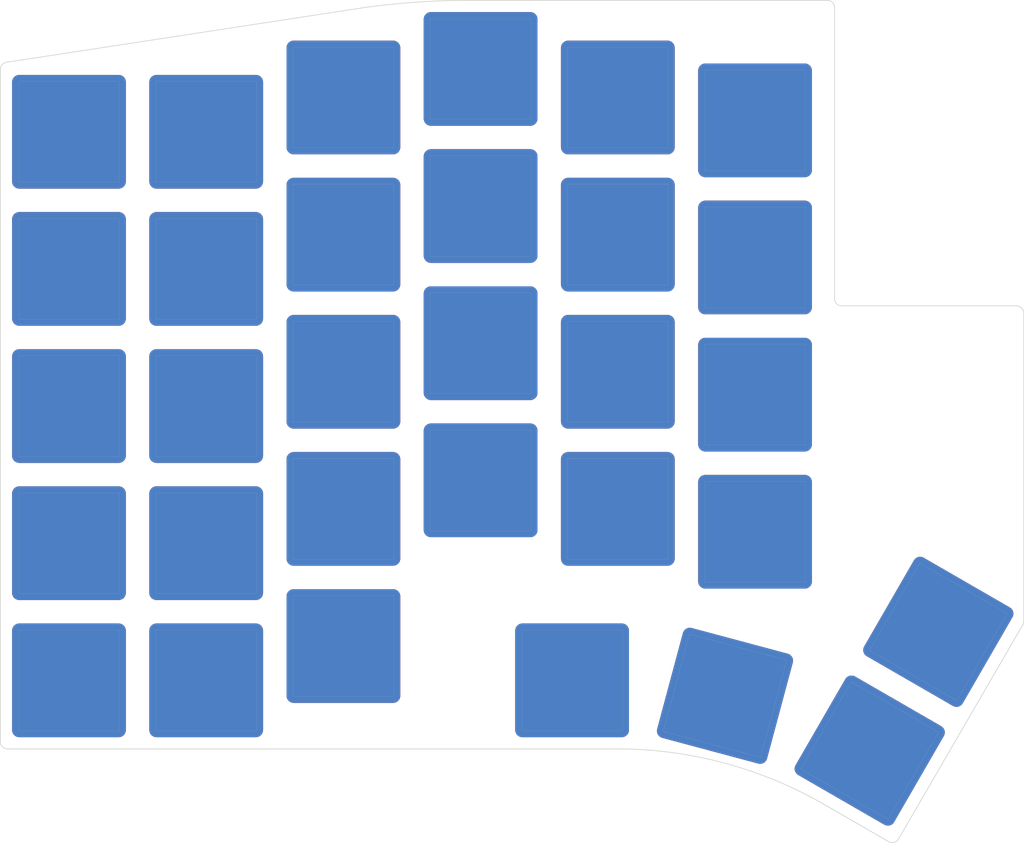
<source format=kicad_pcb>
(kicad_pcb (version 20171130) (host pcbnew "(5.1.6)-1")

  (general
    (thickness 1.6)
    (drawings 18)
    (tracks 0)
    (zones 0)
    (modules 36)
    (nets 1)
  )

  (page A3)
  (layers
    (0 F.Cu signal)
    (31 B.Cu signal)
    (32 B.Adhes user)
    (33 F.Adhes user)
    (34 B.Paste user)
    (35 F.Paste user)
    (36 B.SilkS user)
    (37 F.SilkS user)
    (38 B.Mask user)
    (39 F.Mask user)
    (40 Dwgs.User user)
    (41 Cmts.User user)
    (42 Eco1.User user)
    (43 Eco2.User user)
    (44 Edge.Cuts user)
    (45 Margin user)
    (46 B.CrtYd user)
    (47 F.CrtYd user)
    (48 B.Fab user)
    (49 F.Fab user)
  )

  (setup
    (last_trace_width 0.25)
    (user_trace_width 1)
    (user_trace_width 1.7526)
    (trace_clearance 0.2)
    (zone_clearance 0.508)
    (zone_45_only no)
    (trace_min 0.2)
    (via_size 0.7)
    (via_drill 0.35)
    (via_min_size 0.4)
    (via_min_drill 0.3)
    (uvia_size 0.3)
    (uvia_drill 0.1)
    (uvias_allowed no)
    (uvia_min_size 0.2)
    (uvia_min_drill 0.1)
    (edge_width 0.1)
    (segment_width 0.2)
    (pcb_text_width 0.3)
    (pcb_text_size 1.5 1.5)
    (mod_edge_width 0.12)
    (mod_text_size 1 1)
    (mod_text_width 0.15)
    (pad_size 2.4 2.4)
    (pad_drill 1.5)
    (pad_to_mask_clearance 0.051)
    (solder_mask_min_width 0.25)
    (aux_axis_origin 0 0)
    (visible_elements 7FFFF7FF)
    (pcbplotparams
      (layerselection 0x010fc_ffffffff)
      (usegerberextensions false)
      (usegerberattributes false)
      (usegerberadvancedattributes false)
      (creategerberjobfile false)
      (excludeedgelayer true)
      (linewidth 0.100000)
      (plotframeref false)
      (viasonmask false)
      (mode 1)
      (useauxorigin false)
      (hpglpennumber 1)
      (hpglpenspeed 20)
      (hpglpendiameter 15.000000)
      (psnegative false)
      (psa4output false)
      (plotreference true)
      (plotvalue true)
      (plotinvisibletext false)
      (padsonsilk false)
      (subtractmaskfromsilk false)
      (outputformat 1)
      (mirror false)
      (drillshape 0)
      (scaleselection 1)
      (outputdirectory "CantaloupeV1.2-Gerbers_Plate/"))
  )

  (net 0 "")

  (net_class Default "This is the default net class."
    (clearance 0.2)
    (trace_width 0.25)
    (via_dia 0.7)
    (via_drill 0.35)
    (uvia_dia 0.3)
    (uvia_drill 0.1)
  )

  (net_class Battery ""
    (clearance 0.2)
    (trace_width 1)
    (via_dia 0.7)
    (via_drill 0.35)
    (uvia_dia 0.3)
    (uvia_drill 0.1)
  )

  (net_class Power ""
    (clearance 0.2)
    (trace_width 0.5)
    (via_dia 0.7)
    (via_drill 0.35)
    (uvia_dia 0.3)
    (uvia_drill 0.1)
  )

  (module MountingHole:MountingHole_2.2mm_M2 (layer F.Cu) (tedit 56D1B4CB) (tstamp 5F79E978)
    (at 310.58125 121.5375)
    (descr "Mounting Hole 2.2mm, no annular, M2")
    (tags "mounting hole 2.2mm no annular m2")
    (attr virtual)
    (fp_text reference REF** (at 0 -3.2) (layer F.SilkS) hide
      (effects (font (size 1 1) (thickness 0.15)))
    )
    (fp_text value MountingHole_2.2mm_M2 (at 0 3.2) (layer F.Fab)
      (effects (font (size 1 1) (thickness 0.15)))
    )
    (fp_circle (center 0 0) (end 2.2 0) (layer Cmts.User) (width 0.15))
    (fp_circle (center 0 0) (end 2.45 0) (layer F.CrtYd) (width 0.05))
    (fp_text user %R (at 0.3 0) (layer F.Fab)
      (effects (font (size 1 1) (thickness 0.15)))
    )
    (pad 1 np_thru_hole circle (at 0 0) (size 2.2 2.2) (drill 2.2) (layers *.Cu *.Mask))
  )

  (module MountingHole:MountingHole_2.2mm_M2 (layer F.Cu) (tedit 56D1B4CB) (tstamp 5F79E978)
    (at 271.4625 112.7125)
    (descr "Mounting Hole 2.2mm, no annular, M2")
    (tags "mounting hole 2.2mm no annular m2")
    (attr virtual)
    (fp_text reference REF** (at 0 -3.2) (layer F.SilkS) hide
      (effects (font (size 1 1) (thickness 0.15)))
    )
    (fp_text value MountingHole_2.2mm_M2 (at 0 3.2) (layer F.Fab)
      (effects (font (size 1 1) (thickness 0.15)))
    )
    (fp_circle (center 0 0) (end 2.2 0) (layer Cmts.User) (width 0.15))
    (fp_circle (center 0 0) (end 2.45 0) (layer F.CrtYd) (width 0.05))
    (fp_text user %R (at 0.3 0) (layer F.Fab)
      (effects (font (size 1 1) (thickness 0.15)))
    )
    (pad 1 np_thru_hole circle (at 0 0) (size 2.2 2.2) (drill 2.2) (layers *.Cu *.Mask))
  )

  (module MountingHole:MountingHole_2.2mm_M2 (layer F.Cu) (tedit 56D1B4CB) (tstamp 5F79E978)
    (at 290.5125 57.15)
    (descr "Mounting Hole 2.2mm, no annular, M2")
    (tags "mounting hole 2.2mm no annular m2")
    (attr virtual)
    (fp_text reference REF** (at 0 -3.2) (layer F.SilkS) hide
      (effects (font (size 1 1) (thickness 0.15)))
    )
    (fp_text value MountingHole_2.2mm_M2 (at 0 3.2) (layer F.Fab)
      (effects (font (size 1 1) (thickness 0.15)))
    )
    (fp_circle (center 0 0) (end 2.2 0) (layer Cmts.User) (width 0.15))
    (fp_circle (center 0 0) (end 2.45 0) (layer F.CrtYd) (width 0.05))
    (fp_text user %R (at 0.3 0) (layer F.Fab)
      (effects (font (size 1 1) (thickness 0.15)))
    )
    (pad 1 np_thru_hole circle (at 0 0) (size 2.2 2.2) (drill 2.2) (layers *.Cu *.Mask))
  )

  (module MountingHole:MountingHole_2.2mm_M2 (layer F.Cu) (tedit 56D1B4CB) (tstamp 5F79E978)
    (at 214.3125 117.475)
    (descr "Mounting Hole 2.2mm, no annular, M2")
    (tags "mounting hole 2.2mm no annular m2")
    (attr virtual)
    (fp_text reference REF** (at 0 -3.2) (layer F.SilkS) hide
      (effects (font (size 1 1) (thickness 0.15)))
    )
    (fp_text value MountingHole_2.2mm_M2 (at 0 3.2) (layer F.Fab)
      (effects (font (size 1 1) (thickness 0.15)))
    )
    (fp_circle (center 0 0) (end 2.2 0) (layer Cmts.User) (width 0.15))
    (fp_circle (center 0 0) (end 2.45 0) (layer F.CrtYd) (width 0.05))
    (fp_text user %R (at 0.3 0) (layer F.Fab)
      (effects (font (size 1 1) (thickness 0.15)))
    )
    (pad 1 np_thru_hole circle (at 0 0) (size 2.2 2.2) (drill 2.2) (layers *.Cu *.Mask))
  )

  (module MountingHole:MountingHole_2.2mm_M2 (layer F.Cu) (tedit 56D1B4CB) (tstamp 5F79E978)
    (at 214.3125 60.325)
    (descr "Mounting Hole 2.2mm, no annular, M2")
    (tags "mounting hole 2.2mm no annular m2")
    (attr virtual)
    (fp_text reference REF** (at 0 -3.2) (layer F.SilkS) hide
      (effects (font (size 1 1) (thickness 0.15)))
    )
    (fp_text value MountingHole_2.2mm_M2 (at 0 3.2) (layer F.Fab)
      (effects (font (size 1 1) (thickness 0.15)))
    )
    (fp_circle (center 0 0) (end 2.2 0) (layer Cmts.User) (width 0.15))
    (fp_circle (center 0 0) (end 2.45 0) (layer F.CrtYd) (width 0.05))
    (fp_text user %R (at 0.3 0) (layer F.Fab)
      (effects (font (size 1 1) (thickness 0.15)))
    )
    (pad 1 np_thru_hole circle (at 0 0) (size 2.2 2.2) (drill 2.2) (layers *.Cu *.Mask))
  )

  (module Cantaloupe:MX_Cutout_Tight (layer F.Cu) (tedit 5F8DCA94) (tstamp 5F7DBD79)
    (at 315.95625 136.762498 330)
    (path /60697F9C)
    (fp_text reference SW31 (at 7.1 8.2 150) (layer F.SilkS) hide
      (effects (font (size 1 1) (thickness 0.15)))
    )
    (fp_text value MX (at -4.8 8.3 150) (layer F.Fab) hide
      (effects (font (size 1 1) (thickness 0.15)))
    )
    (fp_line (start -7 7) (end 7 7) (layer Edge.Cuts) (width 0.01))
    (fp_line (start 7 -7) (end 7 7) (layer Edge.Cuts) (width 0.01))
    (fp_line (start -7 -7) (end 7 -7) (layer Edge.Cuts) (width 0.01))
    (fp_line (start -7 7) (end -7 -7) (layer Edge.Cuts) (width 0.01))
    (pad "" smd roundrect (at 0 0 150) (size 15.8 15.8) (layers F.Cu F.Mask) (roundrect_rratio 0.063))
    (pad "" smd roundrect (at 0 0 150) (size 15.8 15.8) (layers B.Cu B.Mask) (roundrect_rratio 0.063))
  )

  (module Cantaloupe:MX_Cutout_Tight (layer F.Cu) (tedit 5F8DCA94) (tstamp 5F7DBECF)
    (at 295.863387 129.149253 345)
    (path /5F790CA0)
    (fp_text reference SW29 (at 7.1 8.2 165) (layer F.SilkS) hide
      (effects (font (size 1 1) (thickness 0.15)))
    )
    (fp_text value MX (at -4.8 8.3 165) (layer F.Fab) hide
      (effects (font (size 1 1) (thickness 0.15)))
    )
    (fp_line (start -7 7) (end 7 7) (layer Edge.Cuts) (width 0.01))
    (fp_line (start 7 -7) (end 7 7) (layer Edge.Cuts) (width 0.01))
    (fp_line (start -7 -7) (end 7 -7) (layer Edge.Cuts) (width 0.01))
    (fp_line (start -7 7) (end -7 -7) (layer Edge.Cuts) (width 0.01))
    (pad "" smd roundrect (at 0 0 165) (size 15.8 15.8) (layers F.Cu F.Mask) (roundrect_rratio 0.063))
    (pad "" smd roundrect (at 0 0 165) (size 15.8 15.8) (layers B.Cu B.Mask) (roundrect_rratio 0.063))
  )

  (module Cantaloupe:MX_Cutout_Tight (layer F.Cu) (tedit 5F8DCA94) (tstamp 5F7630AF)
    (at 300.0375 106.3625)
    (path /5F790C93)
    (fp_text reference SW28 (at 7.1 8.2) (layer F.SilkS) hide
      (effects (font (size 1 1) (thickness 0.15)))
    )
    (fp_text value MX (at -4.8 8.3) (layer F.Fab) hide
      (effects (font (size 1 1) (thickness 0.15)))
    )
    (fp_line (start -7 7) (end 7 7) (layer Edge.Cuts) (width 0.01))
    (fp_line (start 7 -7) (end 7 7) (layer Edge.Cuts) (width 0.01))
    (fp_line (start -7 -7) (end 7 -7) (layer Edge.Cuts) (width 0.01))
    (fp_line (start -7 7) (end -7 -7) (layer Edge.Cuts) (width 0.01))
    (pad "" smd roundrect (at 0 0 180) (size 15.8 15.8) (layers F.Cu F.Mask) (roundrect_rratio 0.063))
    (pad "" smd roundrect (at 0 0 180) (size 15.8 15.8) (layers B.Cu B.Mask) (roundrect_rratio 0.063))
  )

  (module Cantaloupe:MX_Cutout_Tight (layer F.Cu) (tedit 5F8DCA94) (tstamp 5F762D17)
    (at 242.8875 46.037501)
    (path /5F708705)
    (fp_text reference SW11 (at 7.1 8.2) (layer F.SilkS) hide
      (effects (font (size 1 1) (thickness 0.15)))
    )
    (fp_text value MX (at -4.8 8.3) (layer F.Fab) hide
      (effects (font (size 1 1) (thickness 0.15)))
    )
    (fp_line (start -7 7) (end 7 7) (layer Edge.Cuts) (width 0.01))
    (fp_line (start 7 -7) (end 7 7) (layer Edge.Cuts) (width 0.01))
    (fp_line (start -7 -7) (end 7 -7) (layer Edge.Cuts) (width 0.01))
    (fp_line (start -7 7) (end -7 -7) (layer Edge.Cuts) (width 0.01))
    (pad "" smd roundrect (at 0 0 180) (size 15.8 15.8) (layers F.Cu F.Mask) (roundrect_rratio 0.063))
    (pad "" smd roundrect (at 0 0 180) (size 15.8 15.8) (layers B.Cu B.Mask) (roundrect_rratio 0.063))
  )

  (module Cantaloupe:MX_Cutout_Tight (layer F.Cu) (tedit 5F8DCA94) (tstamp 5F762DCF)
    (at 242.887501 122.2375)
    (path /5F70873A)
    (fp_text reference SW15 (at 7.1 8.2) (layer F.SilkS) hide
      (effects (font (size 1 1) (thickness 0.15)))
    )
    (fp_text value MX (at -4.8 8.3) (layer F.Fab) hide
      (effects (font (size 1 1) (thickness 0.15)))
    )
    (fp_line (start -7 7) (end 7 7) (layer Edge.Cuts) (width 0.01))
    (fp_line (start 7 -7) (end 7 7) (layer Edge.Cuts) (width 0.01))
    (fp_line (start -7 -7) (end 7 -7) (layer Edge.Cuts) (width 0.01))
    (fp_line (start -7 7) (end -7 -7) (layer Edge.Cuts) (width 0.01))
    (pad "" smd roundrect (at 0 0 180) (size 15.8 15.8) (layers F.Cu F.Mask) (roundrect_rratio 0.063))
    (pad "" smd roundrect (at 0 0 180) (size 15.8 15.8) (layers B.Cu B.Mask) (roundrect_rratio 0.063))
  )

  (module Cantaloupe:MX_Cutout_Tight (layer F.Cu) (tedit 5F8DCA94) (tstamp 5F7DC04C)
    (at 325.48125 120.264709 330)
    (path /5F8A9153)
    (fp_text reference SW30 (at 7.1 8.2 150) (layer F.SilkS) hide
      (effects (font (size 1 1) (thickness 0.15)))
    )
    (fp_text value MX (at -4.8 8.3 150) (layer F.Fab) hide
      (effects (font (size 1 1) (thickness 0.15)))
    )
    (fp_line (start -7 7) (end 7 7) (layer Edge.Cuts) (width 0.01))
    (fp_line (start 7 -7) (end 7 7) (layer Edge.Cuts) (width 0.01))
    (fp_line (start -7 -7) (end 7 -7) (layer Edge.Cuts) (width 0.01))
    (fp_line (start -7 7) (end -7 -7) (layer Edge.Cuts) (width 0.01))
    (pad "" smd roundrect (at 0 0 150) (size 15.8 15.8) (layers F.Cu F.Mask) (roundrect_rratio 0.063))
    (pad "" smd roundrect (at 0 0 150) (size 15.8 15.8) (layers B.Cu B.Mask) (roundrect_rratio 0.063))
  )

  (module Cantaloupe:MX_Cutout_Tight (layer F.Cu) (tedit 5F8DCA94) (tstamp 5F762F9B)
    (at 280.9875 103.187499)
    (path /5F76C365)
    (fp_text reference SW23 (at 7.1 8.2) (layer F.SilkS) hide
      (effects (font (size 1 1) (thickness 0.15)))
    )
    (fp_text value MX (at -4.8 8.3) (layer F.Fab) hide
      (effects (font (size 1 1) (thickness 0.15)))
    )
    (fp_line (start -7 7) (end 7 7) (layer Edge.Cuts) (width 0.01))
    (fp_line (start 7 -7) (end 7 7) (layer Edge.Cuts) (width 0.01))
    (fp_line (start -7 -7) (end 7 -7) (layer Edge.Cuts) (width 0.01))
    (fp_line (start -7 7) (end -7 -7) (layer Edge.Cuts) (width 0.01))
    (pad "" smd roundrect (at 0 0 180) (size 15.8 15.8) (layers F.Cu F.Mask) (roundrect_rratio 0.063))
    (pad "" smd roundrect (at 0 0 180) (size 15.8 15.8) (layers B.Cu B.Mask) (roundrect_rratio 0.063))
  )

  (module Cantaloupe:MX_Cutout_Tight (layer F.Cu) (tedit 5F8DCA94) (tstamp 5F763081)
    (at 300.037498 87.3125)
    (path /5F790C86)
    (fp_text reference SW27 (at 7.1 8.2) (layer F.SilkS) hide
      (effects (font (size 1 1) (thickness 0.15)))
    )
    (fp_text value MX (at -4.8 8.3) (layer F.Fab) hide
      (effects (font (size 1 1) (thickness 0.15)))
    )
    (fp_line (start -7 7) (end 7 7) (layer Edge.Cuts) (width 0.01))
    (fp_line (start 7 -7) (end 7 7) (layer Edge.Cuts) (width 0.01))
    (fp_line (start -7 -7) (end 7 -7) (layer Edge.Cuts) (width 0.01))
    (fp_line (start -7 7) (end -7 -7) (layer Edge.Cuts) (width 0.01))
    (pad "" smd roundrect (at 0 0 180) (size 15.8 15.8) (layers F.Cu F.Mask) (roundrect_rratio 0.063))
    (pad "" smd roundrect (at 0 0 180) (size 15.8 15.8) (layers B.Cu B.Mask) (roundrect_rratio 0.063))
  )

  (module Cantaloupe:MX_Cutout_Tight (layer F.Cu) (tedit 5F8DCA94) (tstamp 5F763053)
    (at 300.0375 68.262501)
    (path /5F790C79)
    (fp_text reference SW26 (at 7.1 8.2) (layer F.SilkS) hide
      (effects (font (size 1 1) (thickness 0.15)))
    )
    (fp_text value MX (at -4.8 8.3) (layer F.Fab) hide
      (effects (font (size 1 1) (thickness 0.15)))
    )
    (fp_line (start -7 7) (end 7 7) (layer Edge.Cuts) (width 0.01))
    (fp_line (start 7 -7) (end 7 7) (layer Edge.Cuts) (width 0.01))
    (fp_line (start -7 -7) (end 7 -7) (layer Edge.Cuts) (width 0.01))
    (fp_line (start -7 7) (end -7 -7) (layer Edge.Cuts) (width 0.01))
    (pad "" smd roundrect (at 0 0 180) (size 15.8 15.8) (layers F.Cu F.Mask) (roundrect_rratio 0.063))
    (pad "" smd roundrect (at 0 0 180) (size 15.8 15.8) (layers B.Cu B.Mask) (roundrect_rratio 0.063))
  )

  (module Cantaloupe:MX_Cutout_Tight (layer F.Cu) (tedit 5F8DCA94) (tstamp 5F762F6D)
    (at 280.9875 84.137499)
    (path /5F76C358)
    (fp_text reference SW22 (at 7.1 8.2) (layer F.SilkS) hide
      (effects (font (size 1 1) (thickness 0.15)))
    )
    (fp_text value MX (at -4.8 8.3) (layer F.Fab) hide
      (effects (font (size 1 1) (thickness 0.15)))
    )
    (fp_line (start -7 7) (end 7 7) (layer Edge.Cuts) (width 0.01))
    (fp_line (start 7 -7) (end 7 7) (layer Edge.Cuts) (width 0.01))
    (fp_line (start -7 -7) (end 7 -7) (layer Edge.Cuts) (width 0.01))
    (fp_line (start -7 7) (end -7 -7) (layer Edge.Cuts) (width 0.01))
    (pad "" smd roundrect (at 0 0 180) (size 15.8 15.8) (layers F.Cu F.Mask) (roundrect_rratio 0.063))
    (pad "" smd roundrect (at 0 0 180) (size 15.8 15.8) (layers B.Cu B.Mask) (roundrect_rratio 0.063))
  )

  (module Cantaloupe:MX_Cutout_Tight (layer F.Cu) (tedit 5F8DCA94) (tstamp 5F7C4DB7)
    (at 204.7875 50.8)
    (path /5E7F9F5F)
    (fp_text reference SW1 (at 7.1 8.2) (layer F.SilkS) hide
      (effects (font (size 1 1) (thickness 0.15)))
    )
    (fp_text value MX (at -4.8 8.3) (layer F.Fab) hide
      (effects (font (size 1 1) (thickness 0.15)))
    )
    (fp_line (start -7 7) (end 7 7) (layer Edge.Cuts) (width 0.01))
    (fp_line (start 7 -7) (end 7 7) (layer Edge.Cuts) (width 0.01))
    (fp_line (start -7 -7) (end 7 -7) (layer Edge.Cuts) (width 0.01))
    (fp_line (start -7 7) (end -7 -7) (layer Edge.Cuts) (width 0.01))
    (pad "" smd roundrect (at 0 0 180) (size 15.8 15.8) (layers F.Cu F.Mask) (roundrect_rratio 0.063))
    (pad "" smd roundrect (at 0 0 180) (size 15.8 15.8) (layers B.Cu B.Mask) (roundrect_rratio 0.063))
  )

  (module Cantaloupe:MX_Cutout_Tight (layer F.Cu) (tedit 5F8DCA94) (tstamp 5F763025)
    (at 300.037501 49.2125)
    (path /5F790C6B)
    (fp_text reference SW25 (at 7.1 8.2) (layer F.SilkS) hide
      (effects (font (size 1 1) (thickness 0.15)))
    )
    (fp_text value MX (at -4.8 8.3) (layer F.Fab) hide
      (effects (font (size 1 1) (thickness 0.15)))
    )
    (fp_line (start -7 7) (end 7 7) (layer Edge.Cuts) (width 0.01))
    (fp_line (start 7 -7) (end 7 7) (layer Edge.Cuts) (width 0.01))
    (fp_line (start -7 -7) (end 7 -7) (layer Edge.Cuts) (width 0.01))
    (fp_line (start -7 7) (end -7 -7) (layer Edge.Cuts) (width 0.01))
    (pad "" smd roundrect (at 0 0 180) (size 15.8 15.8) (layers F.Cu F.Mask) (roundrect_rratio 0.063))
    (pad "" smd roundrect (at 0 0 180) (size 15.8 15.8) (layers B.Cu B.Mask) (roundrect_rratio 0.063))
  )

  (module Cantaloupe:MX_Cutout_Tight (layer F.Cu) (tedit 5F8DCA94) (tstamp 5F762F3F)
    (at 280.987499 65.0875)
    (path /5F76C34B)
    (fp_text reference SW21 (at 7.1 8.2) (layer F.SilkS) hide
      (effects (font (size 1 1) (thickness 0.15)))
    )
    (fp_text value MX (at -4.8 8.3) (layer F.Fab) hide
      (effects (font (size 1 1) (thickness 0.15)))
    )
    (fp_line (start -7 7) (end 7 7) (layer Edge.Cuts) (width 0.01))
    (fp_line (start 7 -7) (end 7 7) (layer Edge.Cuts) (width 0.01))
    (fp_line (start -7 -7) (end 7 -7) (layer Edge.Cuts) (width 0.01))
    (fp_line (start -7 7) (end -7 -7) (layer Edge.Cuts) (width 0.01))
    (pad "" smd roundrect (at 0 0 180) (size 15.8 15.8) (layers F.Cu F.Mask) (roundrect_rratio 0.063))
    (pad "" smd roundrect (at 0 0 180) (size 15.8 15.8) (layers B.Cu B.Mask) (roundrect_rratio 0.063))
  )

  (module Cantaloupe:MX_Cutout_Tight (layer F.Cu) (tedit 5F8DCA94) (tstamp 5F762F11)
    (at 280.987499 46.0375)
    (path /5F76C33D)
    (fp_text reference SW20 (at 7.1 8.2) (layer F.SilkS) hide
      (effects (font (size 1 1) (thickness 0.15)))
    )
    (fp_text value MX (at -4.8 8.3) (layer F.Fab) hide
      (effects (font (size 1 1) (thickness 0.15)))
    )
    (fp_line (start -7 7) (end 7 7) (layer Edge.Cuts) (width 0.01))
    (fp_line (start 7 -7) (end 7 7) (layer Edge.Cuts) (width 0.01))
    (fp_line (start -7 -7) (end 7 -7) (layer Edge.Cuts) (width 0.01))
    (fp_line (start -7 7) (end -7 -7) (layer Edge.Cuts) (width 0.01))
    (pad "" smd roundrect (at 0 0 180) (size 15.8 15.8) (layers F.Cu F.Mask) (roundrect_rratio 0.063))
    (pad "" smd roundrect (at 0 0 180) (size 15.8 15.8) (layers B.Cu B.Mask) (roundrect_rratio 0.063))
  )

  (module Cantaloupe:MX_Cutout_Tight (layer F.Cu) (tedit 5F8DCA94) (tstamp 5F7DC247)
    (at 274.6375 127)
    (path /5F76C372)
    (fp_text reference SW24 (at 7.1 8.2) (layer F.SilkS) hide
      (effects (font (size 1 1) (thickness 0.15)))
    )
    (fp_text value MX (at -4.8 8.3) (layer F.Fab) hide
      (effects (font (size 1 1) (thickness 0.15)))
    )
    (fp_line (start -7 7) (end 7 7) (layer Edge.Cuts) (width 0.01))
    (fp_line (start 7 -7) (end 7 7) (layer Edge.Cuts) (width 0.01))
    (fp_line (start -7 -7) (end 7 -7) (layer Edge.Cuts) (width 0.01))
    (fp_line (start -7 7) (end -7 -7) (layer Edge.Cuts) (width 0.01))
    (pad "" smd roundrect (at 0 0 180) (size 15.8 15.8) (layers F.Cu F.Mask) (roundrect_rratio 0.063))
    (pad "" smd roundrect (at 0 0 180) (size 15.8 15.8) (layers B.Cu B.Mask) (roundrect_rratio 0.063))
  )

  (module Cantaloupe:MX_Cutout_Tight (layer F.Cu) (tedit 5F8DCA94) (tstamp 5F762E87)
    (at 261.937501 99.21875)
    (path /5F740BE1)
    (fp_text reference SW19 (at 7.1 8.2) (layer F.SilkS) hide
      (effects (font (size 1 1) (thickness 0.15)))
    )
    (fp_text value MX (at -4.8 8.3) (layer F.Fab) hide
      (effects (font (size 1 1) (thickness 0.15)))
    )
    (fp_line (start -7 7) (end 7 7) (layer Edge.Cuts) (width 0.01))
    (fp_line (start 7 -7) (end 7 7) (layer Edge.Cuts) (width 0.01))
    (fp_line (start -7 -7) (end 7 -7) (layer Edge.Cuts) (width 0.01))
    (fp_line (start -7 7) (end -7 -7) (layer Edge.Cuts) (width 0.01))
    (pad "" smd roundrect (at 0 0 180) (size 15.8 15.8) (layers F.Cu F.Mask) (roundrect_rratio 0.063))
    (pad "" smd roundrect (at 0 0 180) (size 15.8 15.8) (layers B.Cu B.Mask) (roundrect_rratio 0.063))
  )

  (module Cantaloupe:MX_Cutout_Tight (layer F.Cu) (tedit 5F8DCA94) (tstamp 5F762E59)
    (at 261.937501 80.168749)
    (path /5F740BD4)
    (fp_text reference SW18 (at 7.1 8.2) (layer F.SilkS) hide
      (effects (font (size 1 1) (thickness 0.15)))
    )
    (fp_text value MX (at -4.8 8.3) (layer F.Fab) hide
      (effects (font (size 1 1) (thickness 0.15)))
    )
    (fp_line (start -7 7) (end 7 7) (layer Edge.Cuts) (width 0.01))
    (fp_line (start 7 -7) (end 7 7) (layer Edge.Cuts) (width 0.01))
    (fp_line (start -7 -7) (end 7 -7) (layer Edge.Cuts) (width 0.01))
    (fp_line (start -7 7) (end -7 -7) (layer Edge.Cuts) (width 0.01))
    (pad "" smd roundrect (at 0 0 180) (size 15.8 15.8) (layers F.Cu F.Mask) (roundrect_rratio 0.063))
    (pad "" smd roundrect (at 0 0 180) (size 15.8 15.8) (layers B.Cu B.Mask) (roundrect_rratio 0.063))
  )

  (module Cantaloupe:MX_Cutout_Tight (layer F.Cu) (tedit 5F8DCA94) (tstamp 5F762E2B)
    (at 261.9375 61.118751)
    (path /5F740BC7)
    (fp_text reference SW17 (at 7.1 8.2) (layer F.SilkS) hide
      (effects (font (size 1 1) (thickness 0.15)))
    )
    (fp_text value MX (at -4.8 8.3) (layer F.Fab) hide
      (effects (font (size 1 1) (thickness 0.15)))
    )
    (fp_line (start -7 7) (end 7 7) (layer Edge.Cuts) (width 0.01))
    (fp_line (start 7 -7) (end 7 7) (layer Edge.Cuts) (width 0.01))
    (fp_line (start -7 -7) (end 7 -7) (layer Edge.Cuts) (width 0.01))
    (fp_line (start -7 7) (end -7 -7) (layer Edge.Cuts) (width 0.01))
    (pad "" smd roundrect (at 0 0 180) (size 15.8 15.8) (layers F.Cu F.Mask) (roundrect_rratio 0.063))
    (pad "" smd roundrect (at 0 0 180) (size 15.8 15.8) (layers B.Cu B.Mask) (roundrect_rratio 0.063))
  )

  (module Cantaloupe:MX_Cutout_Tight (layer F.Cu) (tedit 5F8DCA94) (tstamp 5F762DFD)
    (at 261.937501 42.06875)
    (path /5F740BB9)
    (fp_text reference SW16 (at 7.1 8.2) (layer F.SilkS) hide
      (effects (font (size 1 1) (thickness 0.15)))
    )
    (fp_text value MX (at -4.8 8.3) (layer F.Fab) hide
      (effects (font (size 1 1) (thickness 0.15)))
    )
    (fp_line (start -7 7) (end 7 7) (layer Edge.Cuts) (width 0.01))
    (fp_line (start 7 -7) (end 7 7) (layer Edge.Cuts) (width 0.01))
    (fp_line (start -7 -7) (end 7 -7) (layer Edge.Cuts) (width 0.01))
    (fp_line (start -7 7) (end -7 -7) (layer Edge.Cuts) (width 0.01))
    (pad "" smd roundrect (at 0 0 180) (size 15.8 15.8) (layers F.Cu F.Mask) (roundrect_rratio 0.063))
    (pad "" smd roundrect (at 0 0 180) (size 15.8 15.8) (layers B.Cu B.Mask) (roundrect_rratio 0.063))
  )

  (module Cantaloupe:MX_Cutout_Tight (layer F.Cu) (tedit 5F8DCA94) (tstamp 5F762DA1)
    (at 242.8875 103.187499)
    (path /5F70872D)
    (fp_text reference SW14 (at 7.1 8.2) (layer F.SilkS) hide
      (effects (font (size 1 1) (thickness 0.15)))
    )
    (fp_text value MX (at -4.8 8.3) (layer F.Fab) hide
      (effects (font (size 1 1) (thickness 0.15)))
    )
    (fp_line (start -7 7) (end 7 7) (layer Edge.Cuts) (width 0.01))
    (fp_line (start 7 -7) (end 7 7) (layer Edge.Cuts) (width 0.01))
    (fp_line (start -7 -7) (end 7 -7) (layer Edge.Cuts) (width 0.01))
    (fp_line (start -7 7) (end -7 -7) (layer Edge.Cuts) (width 0.01))
    (pad "" smd roundrect (at 0 0 180) (size 15.8 15.8) (layers F.Cu F.Mask) (roundrect_rratio 0.063))
    (pad "" smd roundrect (at 0 0 180) (size 15.8 15.8) (layers B.Cu B.Mask) (roundrect_rratio 0.063))
  )

  (module Cantaloupe:MX_Cutout_Tight (layer F.Cu) (tedit 5F8DCA94) (tstamp 5F762D73)
    (at 242.8875 84.137499)
    (path /5F708720)
    (fp_text reference SW13 (at 7.1 8.2) (layer F.SilkS) hide
      (effects (font (size 1 1) (thickness 0.15)))
    )
    (fp_text value MX (at -4.8 8.3) (layer F.Fab) hide
      (effects (font (size 1 1) (thickness 0.15)))
    )
    (fp_line (start -7 7) (end 7 7) (layer Edge.Cuts) (width 0.01))
    (fp_line (start 7 -7) (end 7 7) (layer Edge.Cuts) (width 0.01))
    (fp_line (start -7 -7) (end 7 -7) (layer Edge.Cuts) (width 0.01))
    (fp_line (start -7 7) (end -7 -7) (layer Edge.Cuts) (width 0.01))
    (pad "" smd roundrect (at 0 0 180) (size 15.8 15.8) (layers F.Cu F.Mask) (roundrect_rratio 0.063))
    (pad "" smd roundrect (at 0 0 180) (size 15.8 15.8) (layers B.Cu B.Mask) (roundrect_rratio 0.063))
  )

  (module Cantaloupe:MX_Cutout_Tight (layer F.Cu) (tedit 5F8DCA94) (tstamp 5F762D45)
    (at 242.8875 65.087501)
    (path /5F708713)
    (fp_text reference SW12 (at 7.1 8.2) (layer F.SilkS) hide
      (effects (font (size 1 1) (thickness 0.15)))
    )
    (fp_text value MX (at -4.8 8.3) (layer F.Fab) hide
      (effects (font (size 1 1) (thickness 0.15)))
    )
    (fp_line (start -7 7) (end 7 7) (layer Edge.Cuts) (width 0.01))
    (fp_line (start 7 -7) (end 7 7) (layer Edge.Cuts) (width 0.01))
    (fp_line (start -7 -7) (end 7 -7) (layer Edge.Cuts) (width 0.01))
    (fp_line (start -7 7) (end -7 -7) (layer Edge.Cuts) (width 0.01))
    (pad "" smd roundrect (at 0 0 180) (size 15.8 15.8) (layers F.Cu F.Mask) (roundrect_rratio 0.063))
    (pad "" smd roundrect (at 0 0 180) (size 15.8 15.8) (layers B.Cu B.Mask) (roundrect_rratio 0.063))
  )

  (module Cantaloupe:MX_Cutout_Tight (layer F.Cu) (tedit 5F8DCA94) (tstamp 5F762CE9)
    (at 223.837499 127.000002)
    (path /5F6D8670)
    (fp_text reference SW10 (at 7.1 8.2) (layer F.SilkS) hide
      (effects (font (size 1 1) (thickness 0.15)))
    )
    (fp_text value MX (at -4.8 8.3) (layer F.Fab) hide
      (effects (font (size 1 1) (thickness 0.15)))
    )
    (fp_line (start -7 7) (end 7 7) (layer Edge.Cuts) (width 0.01))
    (fp_line (start 7 -7) (end 7 7) (layer Edge.Cuts) (width 0.01))
    (fp_line (start -7 -7) (end 7 -7) (layer Edge.Cuts) (width 0.01))
    (fp_line (start -7 7) (end -7 -7) (layer Edge.Cuts) (width 0.01))
    (pad "" smd roundrect (at 0 0 180) (size 15.8 15.8) (layers F.Cu F.Mask) (roundrect_rratio 0.063))
    (pad "" smd roundrect (at 0 0 180) (size 15.8 15.8) (layers B.Cu B.Mask) (roundrect_rratio 0.063))
  )

  (module Cantaloupe:MX_Cutout_Tight (layer F.Cu) (tedit 5F8DCA94) (tstamp 5F762CBB)
    (at 223.837499 107.95)
    (path /5F6D8663)
    (fp_text reference SW9 (at 7.1 8.2) (layer F.SilkS) hide
      (effects (font (size 1 1) (thickness 0.15)))
    )
    (fp_text value MX (at -4.8 8.3) (layer F.Fab) hide
      (effects (font (size 1 1) (thickness 0.15)))
    )
    (fp_line (start -7 7) (end 7 7) (layer Edge.Cuts) (width 0.01))
    (fp_line (start 7 -7) (end 7 7) (layer Edge.Cuts) (width 0.01))
    (fp_line (start -7 -7) (end 7 -7) (layer Edge.Cuts) (width 0.01))
    (fp_line (start -7 7) (end -7 -7) (layer Edge.Cuts) (width 0.01))
    (pad "" smd roundrect (at 0 0 180) (size 15.8 15.8) (layers F.Cu F.Mask) (roundrect_rratio 0.063))
    (pad "" smd roundrect (at 0 0 180) (size 15.8 15.8) (layers B.Cu B.Mask) (roundrect_rratio 0.063))
  )

  (module Cantaloupe:MX_Cutout_Tight (layer F.Cu) (tedit 5F8DCA94) (tstamp 5F762C8D)
    (at 223.837501 88.9)
    (path /5F6D8656)
    (fp_text reference SW8 (at 7.1 8.2) (layer F.SilkS) hide
      (effects (font (size 1 1) (thickness 0.15)))
    )
    (fp_text value MX (at -4.8 8.3) (layer F.Fab) hide
      (effects (font (size 1 1) (thickness 0.15)))
    )
    (fp_line (start -7 7) (end 7 7) (layer Edge.Cuts) (width 0.01))
    (fp_line (start 7 -7) (end 7 7) (layer Edge.Cuts) (width 0.01))
    (fp_line (start -7 -7) (end 7 -7) (layer Edge.Cuts) (width 0.01))
    (fp_line (start -7 7) (end -7 -7) (layer Edge.Cuts) (width 0.01))
    (pad "" smd roundrect (at 0 0 180) (size 15.8 15.8) (layers F.Cu F.Mask) (roundrect_rratio 0.063))
    (pad "" smd roundrect (at 0 0 180) (size 15.8 15.8) (layers B.Cu B.Mask) (roundrect_rratio 0.063))
  )

  (module Cantaloupe:MX_Cutout_Tight (layer F.Cu) (tedit 5F8DCA94) (tstamp 5F762C5F)
    (at 223.837499 69.85)
    (path /5F6D8649)
    (fp_text reference SW7 (at 7.1 8.2) (layer F.SilkS) hide
      (effects (font (size 1 1) (thickness 0.15)))
    )
    (fp_text value MX (at -4.8 8.3) (layer F.Fab) hide
      (effects (font (size 1 1) (thickness 0.15)))
    )
    (fp_line (start -7 7) (end 7 7) (layer Edge.Cuts) (width 0.01))
    (fp_line (start 7 -7) (end 7 7) (layer Edge.Cuts) (width 0.01))
    (fp_line (start -7 -7) (end 7 -7) (layer Edge.Cuts) (width 0.01))
    (fp_line (start -7 7) (end -7 -7) (layer Edge.Cuts) (width 0.01))
    (pad "" smd roundrect (at 0 0 180) (size 15.8 15.8) (layers F.Cu F.Mask) (roundrect_rratio 0.063))
    (pad "" smd roundrect (at 0 0 180) (size 15.8 15.8) (layers B.Cu B.Mask) (roundrect_rratio 0.063))
  )

  (module Cantaloupe:MX_Cutout_Tight (layer F.Cu) (tedit 5F8DCA94) (tstamp 5F762C31)
    (at 223.8375 50.799999)
    (path /5F6D863A)
    (fp_text reference SW6 (at 7.1 8.2) (layer F.SilkS) hide
      (effects (font (size 1 1) (thickness 0.15)))
    )
    (fp_text value MX (at -4.8 8.3) (layer F.Fab) hide
      (effects (font (size 1 1) (thickness 0.15)))
    )
    (fp_line (start -7 7) (end 7 7) (layer Edge.Cuts) (width 0.01))
    (fp_line (start 7 -7) (end 7 7) (layer Edge.Cuts) (width 0.01))
    (fp_line (start -7 -7) (end 7 -7) (layer Edge.Cuts) (width 0.01))
    (fp_line (start -7 7) (end -7 -7) (layer Edge.Cuts) (width 0.01))
    (pad "" smd roundrect (at 0 0 180) (size 15.8 15.8) (layers F.Cu F.Mask) (roundrect_rratio 0.063))
    (pad "" smd roundrect (at 0 0 180) (size 15.8 15.8) (layers B.Cu B.Mask) (roundrect_rratio 0.063))
  )

  (module Cantaloupe:MX_Cutout_Tight (layer F.Cu) (tedit 5F8DCA94) (tstamp 5F762C03)
    (at 204.787501 126.999999)
    (path /5F62A165)
    (fp_text reference SW5 (at 7.1 8.2) (layer F.SilkS) hide
      (effects (font (size 1 1) (thickness 0.15)))
    )
    (fp_text value MX (at -4.8 8.3) (layer F.Fab) hide
      (effects (font (size 1 1) (thickness 0.15)))
    )
    (fp_line (start -7 7) (end 7 7) (layer Edge.Cuts) (width 0.01))
    (fp_line (start 7 -7) (end 7 7) (layer Edge.Cuts) (width 0.01))
    (fp_line (start -7 -7) (end 7 -7) (layer Edge.Cuts) (width 0.01))
    (fp_line (start -7 7) (end -7 -7) (layer Edge.Cuts) (width 0.01))
    (pad "" smd roundrect (at 0 0 180) (size 15.8 15.8) (layers F.Cu F.Mask) (roundrect_rratio 0.063))
    (pad "" smd roundrect (at 0 0 180) (size 15.8 15.8) (layers B.Cu B.Mask) (roundrect_rratio 0.063))
  )

  (module Cantaloupe:MX_Cutout_Tight (layer F.Cu) (tedit 5F8DCA94) (tstamp 5F762BD5)
    (at 204.787501 107.95)
    (path /5F61EF2C)
    (fp_text reference SW4 (at 7.1 8.2) (layer F.SilkS) hide
      (effects (font (size 1 1) (thickness 0.15)))
    )
    (fp_text value MX (at -4.8 8.3) (layer F.Fab) hide
      (effects (font (size 1 1) (thickness 0.15)))
    )
    (fp_line (start -7 7) (end 7 7) (layer Edge.Cuts) (width 0.01))
    (fp_line (start 7 -7) (end 7 7) (layer Edge.Cuts) (width 0.01))
    (fp_line (start -7 -7) (end 7 -7) (layer Edge.Cuts) (width 0.01))
    (fp_line (start -7 7) (end -7 -7) (layer Edge.Cuts) (width 0.01))
    (pad "" smd roundrect (at 0 0 180) (size 15.8 15.8) (layers F.Cu F.Mask) (roundrect_rratio 0.063))
    (pad "" smd roundrect (at 0 0 180) (size 15.8 15.8) (layers B.Cu B.Mask) (roundrect_rratio 0.063))
  )

  (module Cantaloupe:MX_Cutout_Tight (layer F.Cu) (tedit 5F8DCA94) (tstamp 5F762BA7)
    (at 204.787501 88.9)
    (path /5F613E79)
    (fp_text reference SW3 (at 7.1 8.2) (layer F.SilkS) hide
      (effects (font (size 1 1) (thickness 0.15)))
    )
    (fp_text value MX (at -4.8 8.3) (layer F.Fab) hide
      (effects (font (size 1 1) (thickness 0.15)))
    )
    (fp_line (start -7 7) (end 7 7) (layer Edge.Cuts) (width 0.01))
    (fp_line (start 7 -7) (end 7 7) (layer Edge.Cuts) (width 0.01))
    (fp_line (start -7 -7) (end 7 -7) (layer Edge.Cuts) (width 0.01))
    (fp_line (start -7 7) (end -7 -7) (layer Edge.Cuts) (width 0.01))
    (pad "" smd roundrect (at 0 0 180) (size 15.8 15.8) (layers F.Cu F.Mask) (roundrect_rratio 0.063))
    (pad "" smd roundrect (at 0 0 180) (size 15.8 15.8) (layers B.Cu B.Mask) (roundrect_rratio 0.063))
  )

  (module Cantaloupe:MX_Cutout_Tight (layer F.Cu) (tedit 5F8DCA94) (tstamp 5F762B79)
    (at 204.7875 69.850001)
    (path /5F608752)
    (fp_text reference SW2 (at 7.1 8.2) (layer F.SilkS) hide
      (effects (font (size 1 1) (thickness 0.15)))
    )
    (fp_text value MX (at -4.8 8.3) (layer F.Fab) hide
      (effects (font (size 1 1) (thickness 0.15)))
    )
    (fp_line (start -7 7) (end 7 7) (layer Edge.Cuts) (width 0.01))
    (fp_line (start 7 -7) (end 7 7) (layer Edge.Cuts) (width 0.01))
    (fp_line (start -7 -7) (end 7 -7) (layer Edge.Cuts) (width 0.01))
    (fp_line (start -7 7) (end -7 -7) (layer Edge.Cuts) (width 0.01))
    (pad "" smd roundrect (at 0 0 180) (size 15.8 15.8) (layers F.Cu F.Mask) (roundrect_rratio 0.063))
    (pad "" smd roundrect (at 0 0 180) (size 15.8 15.8) (layers B.Cu B.Mask) (roundrect_rratio 0.063))
  )

  (gr_line (start 280.832499 136.525048) (end 196.262499 136.525048) (layer Edge.Cuts) (width 0.1) (tstamp 5F93F44D))
  (gr_arc (start 280.882499 193.925048) (end 280.832499 136.525048) (angle 30.02255225) (layer Edge.Cuts) (width 0.1) (tstamp 5F93F44C))
  (gr_arc (start 260.188449 136.493749) (end 260.188449 32.543749) (angle -8.005156052) (layer Edge.Cuts) (width 0.1) (tstamp 5F93F44B))
  (gr_line (start 318.589299 149.409775) (end 309.558772 144.201473) (layer Edge.Cuts) (width 0.1) (tstamp 5F93F44A))
  (gr_line (start 260.188449 32.543749) (end 310.0825 32.543799) (layer Edge.Cuts) (width 0.1) (tstamp 5F93F449))
  (gr_line (start 196.111473 41.145343) (end 245.712142 33.556686) (layer Edge.Cuts) (width 0.1) (tstamp 5F93F448))
  (gr_arc (start 312.0825 73.987549) (end 311.082501 73.987549) (angle -90) (layer Edge.Cuts) (width 0.1) (tstamp 5F93E76F))
  (gr_arc (start 319.089299 148.54375) (end 318.5893 149.409776) (angle -90) (layer Edge.Cuts) (width 0.1) (tstamp 5F92DDD1))
  (gr_line (start 337.208042 119.295073) (end 319.955325 149.043749) (layer Edge.Cuts) (width 0.1) (tstamp 5F810928))
  (gr_line (start 337.343502 75.987548) (end 337.3435 118.792514) (layer Edge.Cuts) (width 0.1) (tstamp 5F81092F))
  (gr_arc (start 336.343502 75.987549) (end 337.343502 75.987548) (angle -90) (layer Edge.Cuts) (width 0.1) (tstamp 5F81092E))
  (gr_arc (start 310.082498 33.543848) (end 311.082547 33.543894) (angle -90.002533) (layer Edge.Cuts) (width 0.1) (tstamp 5F81092C))
  (gr_arc (start 196.262499 135.525049) (end 195.2625 135.525049) (angle -90) (layer Edge.Cuts) (width 0.1) (tstamp 5F810929))
  (gr_line (start 312.0825 74.987548) (end 336.343501 74.987549) (layer Edge.Cuts) (width 0.1) (tstamp 5F810924))
  (gr_line (start 311.082547 33.543894) (end 311.082501 73.987549) (layer Edge.Cuts) (width 0.1) (tstamp 5F810921))
  (gr_line (start 195.2625 135.525049) (end 195.2625 42.133874) (layer Edge.Cuts) (width 0.1) (tstamp 5F810920))
  (gr_arc (start 336.3435 118.792514) (end 337.208042 119.295073) (angle -30.16947172) (layer Edge.Cuts) (width 0.1) (tstamp 5F81091B))
  (gr_arc (start 196.2625 42.133873) (end 196.111473 41.145343) (angle -81.31359643) (layer Edge.Cuts) (width 0.1) (tstamp 5F810918))

)

</source>
